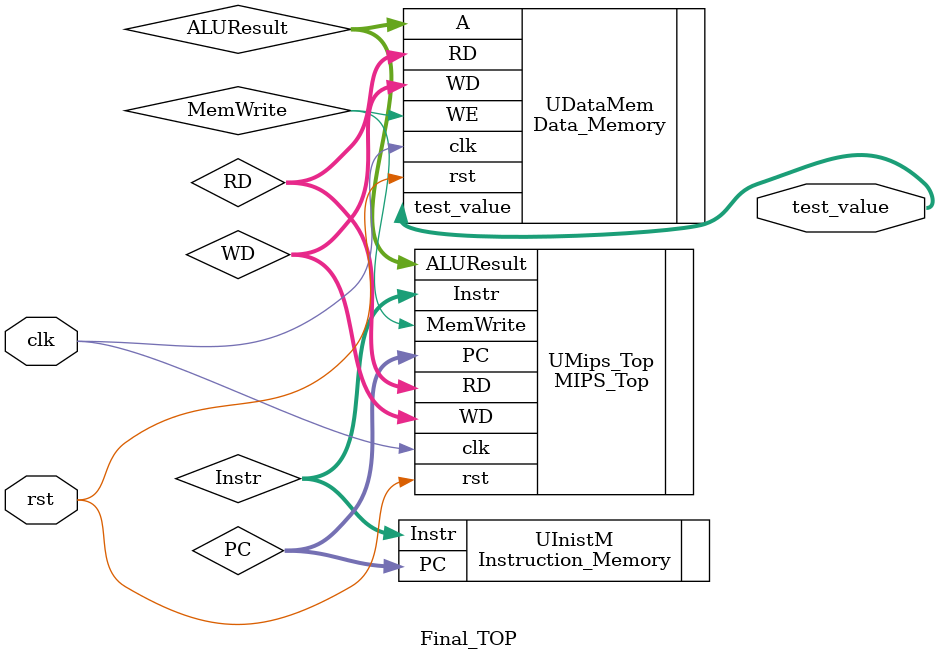
<source format=v>
module 	Final_TOP (

input    wire              clk,rst,
output   wire   [15:0]     test_value

);

wire   [31:0]    PC,ALUResult,WD,RD,Instr;
wire             MemWrite;

MIPS_Top UMips_Top (

.Instr(Instr),
.clk(clk),
.rst(rst),
.RD(RD),
.PC(PC),
.MemWrite(MemWrite),
.ALUResult(ALUResult),
.WD(WD)

);

Data_Memory UDataMem (

.A(ALUResult),
.WD(WD),
.clk(clk),
.rst(rst),
.WE(MemWrite),
.RD(RD),
.test_value(test_value)

);

Instruction_Memory UInistM (

.PC(PC),
.Instr(Instr)

);

endmodule
</source>
